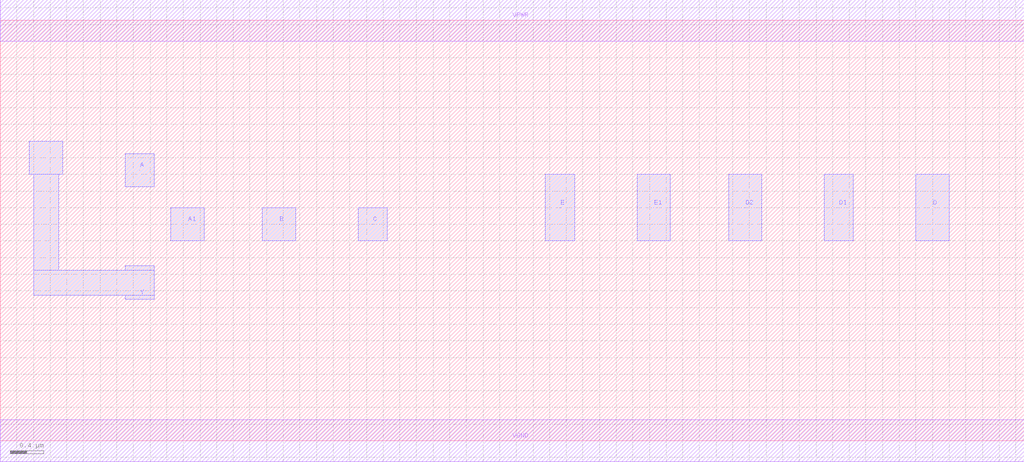
<source format=lef>
VERSION 5.7 ;
  NOWIREEXTENSIONATPIN ON ;
  DIVIDERCHAR "/" ;
  BUSBITCHARS "[]" ;
MACRO OAOOAAOI21132
  CLASS CORE ;
  FOREIGN OAOOAAOI21132 ;
  ORIGIN 0.000 0.000 ;
  SIZE 12.300 BY 5.050 ;
  SYMMETRY X Y R90 ;
  SITE unit ;
  PIN VPWR
    DIRECTION INOUT ;
    USE POWER ;
    SHAPE ABUTMENT ;
    PORT
      LAYER Metal1 ;
        RECT 0.000 4.800 12.300 5.300 ;
    END
  END VPWR
  PIN VGND
    DIRECTION INOUT ;
    USE GROUND ;
    SHAPE ABUTMENT ;
    PORT
      LAYER Metal1 ;
        RECT 0.000 -0.250 12.300 0.250 ;
    END
  END VGND
  PIN Y
    DIRECTION INOUT ;
    USE SIGNAL ;
    SHAPE ABUTMENT ;
    PORT
      LAYER Metal2 ;
        RECT 0.350 3.200 0.750 3.600 ;
        RECT 0.400 2.050 0.700 3.200 ;
        RECT 1.500 2.050 1.850 2.100 ;
        RECT 0.400 1.750 1.850 2.050 ;
        RECT 1.500 1.700 1.850 1.750 ;
    END
  END Y
  PIN A
    DIRECTION INOUT ;
    USE SIGNAL ;
    SHAPE ABUTMENT ;
    PORT
      LAYER Metal2 ;
        RECT 1.500 3.050 1.850 3.450 ;
    END
  END A
  PIN D2
    DIRECTION INOUT ;
    USE SIGNAL ;
    SHAPE ABUTMENT ;
    PORT
      LAYER Metal2 ;
        RECT 8.750 2.400 9.150 3.200 ;
    END
  END D2
  PIN D
    DIRECTION INOUT ;
    USE SIGNAL ;
    SHAPE ABUTMENT ;
    PORT
      LAYER Metal2 ;
        RECT 11.000 2.400 11.400 3.200 ;
    END
  END D
  PIN D1
    DIRECTION INOUT ;
    USE SIGNAL ;
    SHAPE ABUTMENT ;
    PORT
      LAYER Metal2 ;
        RECT 9.900 2.400 10.250 3.200 ;
    END
  END D1
  PIN B
    DIRECTION INOUT ;
    USE SIGNAL ;
    SHAPE ABUTMENT ;
    PORT
      LAYER Metal2 ;
        RECT 3.150 2.400 3.550 2.800 ;
    END
  END B
  PIN A1
    DIRECTION INOUT ;
    USE SIGNAL ;
    SHAPE ABUTMENT ;
    PORT
      LAYER Metal2 ;
        RECT 2.050 2.400 2.450 2.800 ;
    END
  END A1
  PIN E
    DIRECTION INOUT ;
    USE SIGNAL ;
    SHAPE ABUTMENT ;
    PORT
      LAYER Metal2 ;
        RECT 6.550 2.400 6.900 3.200 ;
    END
  END E
  PIN C
    DIRECTION INOUT ;
    USE SIGNAL ;
    SHAPE ABUTMENT ;
    PORT
      LAYER Metal2 ;
        RECT 4.300 2.400 4.650 2.800 ;
    END
  END C
  PIN E1
    DIRECTION INOUT ;
    USE SIGNAL ;
    SHAPE ABUTMENT ;
    PORT
      LAYER Metal2 ;
        RECT 7.650 2.400 8.050 3.200 ;
    END
  END E1
END OAOOAAOI21132
END LIBRARY


</source>
